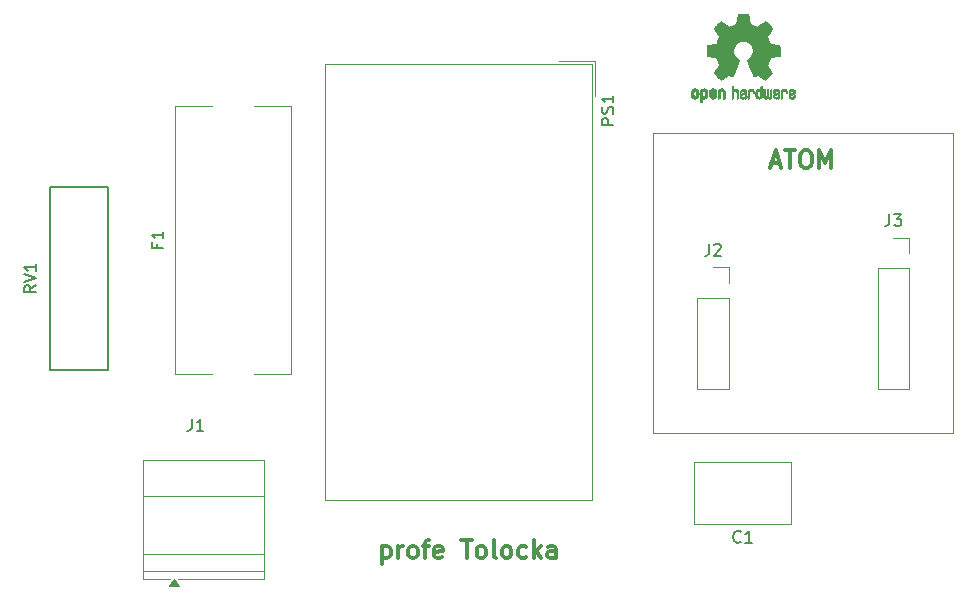
<source format=gbr>
%TF.GenerationSoftware,KiCad,Pcbnew,9.0.1*%
%TF.CreationDate,2025-07-17T11:26:47-03:00*%
%TF.ProjectId,Monitor Atom,4d6f6e69-746f-4722-9041-746f6d2e6b69,rev?*%
%TF.SameCoordinates,Original*%
%TF.FileFunction,Legend,Top*%
%TF.FilePolarity,Positive*%
%FSLAX46Y46*%
G04 Gerber Fmt 4.6, Leading zero omitted, Abs format (unit mm)*
G04 Created by KiCad (PCBNEW 9.0.1) date 2025-07-17 11:26:47*
%MOMM*%
%LPD*%
G01*
G04 APERTURE LIST*
%ADD10C,0.300000*%
%ADD11C,0.100000*%
%ADD12C,0.150000*%
%ADD13C,0.010000*%
%ADD14C,0.120000*%
G04 APERTURE END LIST*
D10*
X134539510Y-126435828D02*
X134539510Y-127935828D01*
X134539510Y-126507257D02*
X134682368Y-126435828D01*
X134682368Y-126435828D02*
X134968082Y-126435828D01*
X134968082Y-126435828D02*
X135110939Y-126507257D01*
X135110939Y-126507257D02*
X135182368Y-126578685D01*
X135182368Y-126578685D02*
X135253796Y-126721542D01*
X135253796Y-126721542D02*
X135253796Y-127150114D01*
X135253796Y-127150114D02*
X135182368Y-127292971D01*
X135182368Y-127292971D02*
X135110939Y-127364400D01*
X135110939Y-127364400D02*
X134968082Y-127435828D01*
X134968082Y-127435828D02*
X134682368Y-127435828D01*
X134682368Y-127435828D02*
X134539510Y-127364400D01*
X135896653Y-127435828D02*
X135896653Y-126435828D01*
X135896653Y-126721542D02*
X135968082Y-126578685D01*
X135968082Y-126578685D02*
X136039511Y-126507257D01*
X136039511Y-126507257D02*
X136182368Y-126435828D01*
X136182368Y-126435828D02*
X136325225Y-126435828D01*
X137039510Y-127435828D02*
X136896653Y-127364400D01*
X136896653Y-127364400D02*
X136825224Y-127292971D01*
X136825224Y-127292971D02*
X136753796Y-127150114D01*
X136753796Y-127150114D02*
X136753796Y-126721542D01*
X136753796Y-126721542D02*
X136825224Y-126578685D01*
X136825224Y-126578685D02*
X136896653Y-126507257D01*
X136896653Y-126507257D02*
X137039510Y-126435828D01*
X137039510Y-126435828D02*
X137253796Y-126435828D01*
X137253796Y-126435828D02*
X137396653Y-126507257D01*
X137396653Y-126507257D02*
X137468082Y-126578685D01*
X137468082Y-126578685D02*
X137539510Y-126721542D01*
X137539510Y-126721542D02*
X137539510Y-127150114D01*
X137539510Y-127150114D02*
X137468082Y-127292971D01*
X137468082Y-127292971D02*
X137396653Y-127364400D01*
X137396653Y-127364400D02*
X137253796Y-127435828D01*
X137253796Y-127435828D02*
X137039510Y-127435828D01*
X137968082Y-126435828D02*
X138539510Y-126435828D01*
X138182367Y-127435828D02*
X138182367Y-126150114D01*
X138182367Y-126150114D02*
X138253796Y-126007257D01*
X138253796Y-126007257D02*
X138396653Y-125935828D01*
X138396653Y-125935828D02*
X138539510Y-125935828D01*
X139610939Y-127364400D02*
X139468082Y-127435828D01*
X139468082Y-127435828D02*
X139182368Y-127435828D01*
X139182368Y-127435828D02*
X139039510Y-127364400D01*
X139039510Y-127364400D02*
X138968082Y-127221542D01*
X138968082Y-127221542D02*
X138968082Y-126650114D01*
X138968082Y-126650114D02*
X139039510Y-126507257D01*
X139039510Y-126507257D02*
X139182368Y-126435828D01*
X139182368Y-126435828D02*
X139468082Y-126435828D01*
X139468082Y-126435828D02*
X139610939Y-126507257D01*
X139610939Y-126507257D02*
X139682368Y-126650114D01*
X139682368Y-126650114D02*
X139682368Y-126792971D01*
X139682368Y-126792971D02*
X138968082Y-126935828D01*
X141253796Y-125935828D02*
X142110939Y-125935828D01*
X141682367Y-127435828D02*
X141682367Y-125935828D01*
X142825224Y-127435828D02*
X142682367Y-127364400D01*
X142682367Y-127364400D02*
X142610938Y-127292971D01*
X142610938Y-127292971D02*
X142539510Y-127150114D01*
X142539510Y-127150114D02*
X142539510Y-126721542D01*
X142539510Y-126721542D02*
X142610938Y-126578685D01*
X142610938Y-126578685D02*
X142682367Y-126507257D01*
X142682367Y-126507257D02*
X142825224Y-126435828D01*
X142825224Y-126435828D02*
X143039510Y-126435828D01*
X143039510Y-126435828D02*
X143182367Y-126507257D01*
X143182367Y-126507257D02*
X143253796Y-126578685D01*
X143253796Y-126578685D02*
X143325224Y-126721542D01*
X143325224Y-126721542D02*
X143325224Y-127150114D01*
X143325224Y-127150114D02*
X143253796Y-127292971D01*
X143253796Y-127292971D02*
X143182367Y-127364400D01*
X143182367Y-127364400D02*
X143039510Y-127435828D01*
X143039510Y-127435828D02*
X142825224Y-127435828D01*
X144182367Y-127435828D02*
X144039510Y-127364400D01*
X144039510Y-127364400D02*
X143968081Y-127221542D01*
X143968081Y-127221542D02*
X143968081Y-125935828D01*
X144968081Y-127435828D02*
X144825224Y-127364400D01*
X144825224Y-127364400D02*
X144753795Y-127292971D01*
X144753795Y-127292971D02*
X144682367Y-127150114D01*
X144682367Y-127150114D02*
X144682367Y-126721542D01*
X144682367Y-126721542D02*
X144753795Y-126578685D01*
X144753795Y-126578685D02*
X144825224Y-126507257D01*
X144825224Y-126507257D02*
X144968081Y-126435828D01*
X144968081Y-126435828D02*
X145182367Y-126435828D01*
X145182367Y-126435828D02*
X145325224Y-126507257D01*
X145325224Y-126507257D02*
X145396653Y-126578685D01*
X145396653Y-126578685D02*
X145468081Y-126721542D01*
X145468081Y-126721542D02*
X145468081Y-127150114D01*
X145468081Y-127150114D02*
X145396653Y-127292971D01*
X145396653Y-127292971D02*
X145325224Y-127364400D01*
X145325224Y-127364400D02*
X145182367Y-127435828D01*
X145182367Y-127435828D02*
X144968081Y-127435828D01*
X146753796Y-127364400D02*
X146610938Y-127435828D01*
X146610938Y-127435828D02*
X146325224Y-127435828D01*
X146325224Y-127435828D02*
X146182367Y-127364400D01*
X146182367Y-127364400D02*
X146110938Y-127292971D01*
X146110938Y-127292971D02*
X146039510Y-127150114D01*
X146039510Y-127150114D02*
X146039510Y-126721542D01*
X146039510Y-126721542D02*
X146110938Y-126578685D01*
X146110938Y-126578685D02*
X146182367Y-126507257D01*
X146182367Y-126507257D02*
X146325224Y-126435828D01*
X146325224Y-126435828D02*
X146610938Y-126435828D01*
X146610938Y-126435828D02*
X146753796Y-126507257D01*
X147396652Y-127435828D02*
X147396652Y-125935828D01*
X147539510Y-126864400D02*
X147968081Y-127435828D01*
X147968081Y-126435828D02*
X147396652Y-127007257D01*
X149253796Y-127435828D02*
X149253796Y-126650114D01*
X149253796Y-126650114D02*
X149182367Y-126507257D01*
X149182367Y-126507257D02*
X149039510Y-126435828D01*
X149039510Y-126435828D02*
X148753796Y-126435828D01*
X148753796Y-126435828D02*
X148610938Y-126507257D01*
X149253796Y-127364400D02*
X149110938Y-127435828D01*
X149110938Y-127435828D02*
X148753796Y-127435828D01*
X148753796Y-127435828D02*
X148610938Y-127364400D01*
X148610938Y-127364400D02*
X148539510Y-127221542D01*
X148539510Y-127221542D02*
X148539510Y-127078685D01*
X148539510Y-127078685D02*
X148610938Y-126935828D01*
X148610938Y-126935828D02*
X148753796Y-126864400D01*
X148753796Y-126864400D02*
X149110938Y-126864400D01*
X149110938Y-126864400D02*
X149253796Y-126792971D01*
D11*
X157480000Y-91440000D02*
X182880000Y-91440000D01*
X182880000Y-116840000D01*
X157480000Y-116840000D01*
X157480000Y-91440000D01*
D10*
X167488082Y-93987257D02*
X168202368Y-93987257D01*
X167345225Y-94415828D02*
X167845225Y-92915828D01*
X167845225Y-92915828D02*
X168345225Y-94415828D01*
X168630939Y-92915828D02*
X169488082Y-92915828D01*
X169059510Y-94415828D02*
X169059510Y-92915828D01*
X170273796Y-92915828D02*
X170559510Y-92915828D01*
X170559510Y-92915828D02*
X170702367Y-92987257D01*
X170702367Y-92987257D02*
X170845224Y-93130114D01*
X170845224Y-93130114D02*
X170916653Y-93415828D01*
X170916653Y-93415828D02*
X170916653Y-93915828D01*
X170916653Y-93915828D02*
X170845224Y-94201542D01*
X170845224Y-94201542D02*
X170702367Y-94344400D01*
X170702367Y-94344400D02*
X170559510Y-94415828D01*
X170559510Y-94415828D02*
X170273796Y-94415828D01*
X170273796Y-94415828D02*
X170130939Y-94344400D01*
X170130939Y-94344400D02*
X169988081Y-94201542D01*
X169988081Y-94201542D02*
X169916653Y-93915828D01*
X169916653Y-93915828D02*
X169916653Y-93415828D01*
X169916653Y-93415828D02*
X169988081Y-93130114D01*
X169988081Y-93130114D02*
X170130939Y-92987257D01*
X170130939Y-92987257D02*
X170273796Y-92915828D01*
X171559510Y-94415828D02*
X171559510Y-92915828D01*
X171559510Y-92915828D02*
X172059510Y-93987257D01*
X172059510Y-93987257D02*
X172559510Y-92915828D01*
X172559510Y-92915828D02*
X172559510Y-94415828D01*
D12*
X115501009Y-100833333D02*
X115501009Y-101166666D01*
X116024819Y-101166666D02*
X115024819Y-101166666D01*
X115024819Y-101166666D02*
X115024819Y-100690476D01*
X116024819Y-99785714D02*
X116024819Y-100357142D01*
X116024819Y-100071428D02*
X115024819Y-100071428D01*
X115024819Y-100071428D02*
X115167676Y-100166666D01*
X115167676Y-100166666D02*
X115262914Y-100261904D01*
X115262914Y-100261904D02*
X115310533Y-100357142D01*
X105229819Y-104345238D02*
X104753628Y-104678571D01*
X105229819Y-104916666D02*
X104229819Y-104916666D01*
X104229819Y-104916666D02*
X104229819Y-104535714D01*
X104229819Y-104535714D02*
X104277438Y-104440476D01*
X104277438Y-104440476D02*
X104325057Y-104392857D01*
X104325057Y-104392857D02*
X104420295Y-104345238D01*
X104420295Y-104345238D02*
X104563152Y-104345238D01*
X104563152Y-104345238D02*
X104658390Y-104392857D01*
X104658390Y-104392857D02*
X104706009Y-104440476D01*
X104706009Y-104440476D02*
X104753628Y-104535714D01*
X104753628Y-104535714D02*
X104753628Y-104916666D01*
X104229819Y-104059523D02*
X105229819Y-103726190D01*
X105229819Y-103726190D02*
X104229819Y-103392857D01*
X105229819Y-102535714D02*
X105229819Y-103107142D01*
X105229819Y-102821428D02*
X104229819Y-102821428D01*
X104229819Y-102821428D02*
X104372676Y-102916666D01*
X104372676Y-102916666D02*
X104467914Y-103011904D01*
X104467914Y-103011904D02*
X104515533Y-103107142D01*
X177491666Y-98314819D02*
X177491666Y-99029104D01*
X177491666Y-99029104D02*
X177444047Y-99171961D01*
X177444047Y-99171961D02*
X177348809Y-99267200D01*
X177348809Y-99267200D02*
X177205952Y-99314819D01*
X177205952Y-99314819D02*
X177110714Y-99314819D01*
X177872619Y-98314819D02*
X178491666Y-98314819D01*
X178491666Y-98314819D02*
X178158333Y-98695771D01*
X178158333Y-98695771D02*
X178301190Y-98695771D01*
X178301190Y-98695771D02*
X178396428Y-98743390D01*
X178396428Y-98743390D02*
X178444047Y-98791009D01*
X178444047Y-98791009D02*
X178491666Y-98886247D01*
X178491666Y-98886247D02*
X178491666Y-99124342D01*
X178491666Y-99124342D02*
X178444047Y-99219580D01*
X178444047Y-99219580D02*
X178396428Y-99267200D01*
X178396428Y-99267200D02*
X178301190Y-99314819D01*
X178301190Y-99314819D02*
X178015476Y-99314819D01*
X178015476Y-99314819D02*
X177920238Y-99267200D01*
X177920238Y-99267200D02*
X177872619Y-99219580D01*
X162226666Y-100824819D02*
X162226666Y-101539104D01*
X162226666Y-101539104D02*
X162179047Y-101681961D01*
X162179047Y-101681961D02*
X162083809Y-101777200D01*
X162083809Y-101777200D02*
X161940952Y-101824819D01*
X161940952Y-101824819D02*
X161845714Y-101824819D01*
X162655238Y-100920057D02*
X162702857Y-100872438D01*
X162702857Y-100872438D02*
X162798095Y-100824819D01*
X162798095Y-100824819D02*
X163036190Y-100824819D01*
X163036190Y-100824819D02*
X163131428Y-100872438D01*
X163131428Y-100872438D02*
X163179047Y-100920057D01*
X163179047Y-100920057D02*
X163226666Y-101015295D01*
X163226666Y-101015295D02*
X163226666Y-101110533D01*
X163226666Y-101110533D02*
X163179047Y-101253390D01*
X163179047Y-101253390D02*
X162607619Y-101824819D01*
X162607619Y-101824819D02*
X163226666Y-101824819D01*
X154124819Y-90749285D02*
X153124819Y-90749285D01*
X153124819Y-90749285D02*
X153124819Y-90368333D01*
X153124819Y-90368333D02*
X153172438Y-90273095D01*
X153172438Y-90273095D02*
X153220057Y-90225476D01*
X153220057Y-90225476D02*
X153315295Y-90177857D01*
X153315295Y-90177857D02*
X153458152Y-90177857D01*
X153458152Y-90177857D02*
X153553390Y-90225476D01*
X153553390Y-90225476D02*
X153601009Y-90273095D01*
X153601009Y-90273095D02*
X153648628Y-90368333D01*
X153648628Y-90368333D02*
X153648628Y-90749285D01*
X154077200Y-89796904D02*
X154124819Y-89654047D01*
X154124819Y-89654047D02*
X154124819Y-89415952D01*
X154124819Y-89415952D02*
X154077200Y-89320714D01*
X154077200Y-89320714D02*
X154029580Y-89273095D01*
X154029580Y-89273095D02*
X153934342Y-89225476D01*
X153934342Y-89225476D02*
X153839104Y-89225476D01*
X153839104Y-89225476D02*
X153743866Y-89273095D01*
X153743866Y-89273095D02*
X153696247Y-89320714D01*
X153696247Y-89320714D02*
X153648628Y-89415952D01*
X153648628Y-89415952D02*
X153601009Y-89606428D01*
X153601009Y-89606428D02*
X153553390Y-89701666D01*
X153553390Y-89701666D02*
X153505771Y-89749285D01*
X153505771Y-89749285D02*
X153410533Y-89796904D01*
X153410533Y-89796904D02*
X153315295Y-89796904D01*
X153315295Y-89796904D02*
X153220057Y-89749285D01*
X153220057Y-89749285D02*
X153172438Y-89701666D01*
X153172438Y-89701666D02*
X153124819Y-89606428D01*
X153124819Y-89606428D02*
X153124819Y-89368333D01*
X153124819Y-89368333D02*
X153172438Y-89225476D01*
X154124819Y-88273095D02*
X154124819Y-88844523D01*
X154124819Y-88558809D02*
X153124819Y-88558809D01*
X153124819Y-88558809D02*
X153267676Y-88654047D01*
X153267676Y-88654047D02*
X153362914Y-88749285D01*
X153362914Y-88749285D02*
X153410533Y-88844523D01*
X118411666Y-115659819D02*
X118411666Y-116374104D01*
X118411666Y-116374104D02*
X118364047Y-116516961D01*
X118364047Y-116516961D02*
X118268809Y-116612200D01*
X118268809Y-116612200D02*
X118125952Y-116659819D01*
X118125952Y-116659819D02*
X118030714Y-116659819D01*
X119411666Y-116659819D02*
X118840238Y-116659819D01*
X119125952Y-116659819D02*
X119125952Y-115659819D01*
X119125952Y-115659819D02*
X119030714Y-115802676D01*
X119030714Y-115802676D02*
X118935476Y-115897914D01*
X118935476Y-115897914D02*
X118840238Y-115945533D01*
X164893333Y-126029580D02*
X164845714Y-126077200D01*
X164845714Y-126077200D02*
X164702857Y-126124819D01*
X164702857Y-126124819D02*
X164607619Y-126124819D01*
X164607619Y-126124819D02*
X164464762Y-126077200D01*
X164464762Y-126077200D02*
X164369524Y-125981961D01*
X164369524Y-125981961D02*
X164321905Y-125886723D01*
X164321905Y-125886723D02*
X164274286Y-125696247D01*
X164274286Y-125696247D02*
X164274286Y-125553390D01*
X164274286Y-125553390D02*
X164321905Y-125362914D01*
X164321905Y-125362914D02*
X164369524Y-125267676D01*
X164369524Y-125267676D02*
X164464762Y-125172438D01*
X164464762Y-125172438D02*
X164607619Y-125124819D01*
X164607619Y-125124819D02*
X164702857Y-125124819D01*
X164702857Y-125124819D02*
X164845714Y-125172438D01*
X164845714Y-125172438D02*
X164893333Y-125220057D01*
X165845714Y-126124819D02*
X165274286Y-126124819D01*
X165560000Y-126124819D02*
X165560000Y-125124819D01*
X165560000Y-125124819D02*
X165464762Y-125267676D01*
X165464762Y-125267676D02*
X165369524Y-125362914D01*
X165369524Y-125362914D02*
X165274286Y-125410533D01*
D13*
%TO.C,REF\u002A\u002A*%
X168670807Y-87726782D02*
X168694161Y-87736988D01*
X168749902Y-87781134D01*
X168797569Y-87844967D01*
X168827048Y-87913087D01*
X168831846Y-87946670D01*
X168815760Y-87993556D01*
X168780475Y-88018365D01*
X168742644Y-88033387D01*
X168725321Y-88036155D01*
X168716886Y-88016066D01*
X168700230Y-87972351D01*
X168692923Y-87952598D01*
X168651948Y-87884271D01*
X168592622Y-87850191D01*
X168516552Y-87851239D01*
X168510918Y-87852581D01*
X168470305Y-87871836D01*
X168440448Y-87909375D01*
X168420055Y-87969809D01*
X168407836Y-88057751D01*
X168402500Y-88177813D01*
X168402000Y-88241698D01*
X168401752Y-88342403D01*
X168400126Y-88411054D01*
X168395801Y-88454673D01*
X168387454Y-88480282D01*
X168373765Y-88494903D01*
X168353411Y-88505558D01*
X168352234Y-88506095D01*
X168313038Y-88522667D01*
X168293619Y-88528769D01*
X168290635Y-88510319D01*
X168288081Y-88459323D01*
X168286140Y-88382308D01*
X168284997Y-88285805D01*
X168284769Y-88215184D01*
X168285932Y-88078525D01*
X168290479Y-87974851D01*
X168299999Y-87898108D01*
X168316081Y-87842246D01*
X168340313Y-87801212D01*
X168374286Y-87768954D01*
X168407833Y-87746440D01*
X168488499Y-87716476D01*
X168582381Y-87709718D01*
X168670807Y-87726782D01*
G36*
X168670807Y-87726782D02*
G01*
X168694161Y-87736988D01*
X168749902Y-87781134D01*
X168797569Y-87844967D01*
X168827048Y-87913087D01*
X168831846Y-87946670D01*
X168815760Y-87993556D01*
X168780475Y-88018365D01*
X168742644Y-88033387D01*
X168725321Y-88036155D01*
X168716886Y-88016066D01*
X168700230Y-87972351D01*
X168692923Y-87952598D01*
X168651948Y-87884271D01*
X168592622Y-87850191D01*
X168516552Y-87851239D01*
X168510918Y-87852581D01*
X168470305Y-87871836D01*
X168440448Y-87909375D01*
X168420055Y-87969809D01*
X168407836Y-88057751D01*
X168402500Y-88177813D01*
X168402000Y-88241698D01*
X168401752Y-88342403D01*
X168400126Y-88411054D01*
X168395801Y-88454673D01*
X168387454Y-88480282D01*
X168373765Y-88494903D01*
X168353411Y-88505558D01*
X168352234Y-88506095D01*
X168313038Y-88522667D01*
X168293619Y-88528769D01*
X168290635Y-88510319D01*
X168288081Y-88459323D01*
X168286140Y-88382308D01*
X168284997Y-88285805D01*
X168284769Y-88215184D01*
X168285932Y-88078525D01*
X168290479Y-87974851D01*
X168299999Y-87898108D01*
X168316081Y-87842246D01*
X168340313Y-87801212D01*
X168374286Y-87768954D01*
X168407833Y-87746440D01*
X168488499Y-87716476D01*
X168582381Y-87709718D01*
X168670807Y-87726782D01*
G37*
X163371664Y-87685089D02*
X163434367Y-87721358D01*
X163477961Y-87757358D01*
X163509845Y-87795075D01*
X163531810Y-87841199D01*
X163545649Y-87902421D01*
X163553153Y-87985431D01*
X163556117Y-88096919D01*
X163556461Y-88177062D01*
X163556461Y-88472065D01*
X163390385Y-88546515D01*
X163380615Y-88223402D01*
X163376579Y-88102729D01*
X163372344Y-88015141D01*
X163367097Y-87954650D01*
X163360025Y-87915268D01*
X163350311Y-87891007D01*
X163337144Y-87875880D01*
X163332919Y-87872606D01*
X163268909Y-87847034D01*
X163204208Y-87857153D01*
X163165692Y-87884000D01*
X163150025Y-87903024D01*
X163139180Y-87927988D01*
X163132288Y-87965834D01*
X163128479Y-88023502D01*
X163126883Y-88107935D01*
X163126615Y-88195928D01*
X163126563Y-88306323D01*
X163124672Y-88384463D01*
X163118345Y-88437165D01*
X163104983Y-88471242D01*
X163081985Y-88493511D01*
X163046754Y-88510787D01*
X162999697Y-88528738D01*
X162948303Y-88548278D01*
X162954421Y-88201485D01*
X162956884Y-88076468D01*
X162959767Y-87984082D01*
X162963898Y-87917881D01*
X162970107Y-87871420D01*
X162979226Y-87838256D01*
X162992083Y-87811944D01*
X163007584Y-87788729D01*
X163082371Y-87714569D01*
X163173628Y-87671684D01*
X163272883Y-87661412D01*
X163371664Y-87685089D01*
G36*
X163371664Y-87685089D02*
G01*
X163434367Y-87721358D01*
X163477961Y-87757358D01*
X163509845Y-87795075D01*
X163531810Y-87841199D01*
X163545649Y-87902421D01*
X163553153Y-87985431D01*
X163556117Y-88096919D01*
X163556461Y-88177062D01*
X163556461Y-88472065D01*
X163390385Y-88546515D01*
X163380615Y-88223402D01*
X163376579Y-88102729D01*
X163372344Y-88015141D01*
X163367097Y-87954650D01*
X163360025Y-87915268D01*
X163350311Y-87891007D01*
X163337144Y-87875880D01*
X163332919Y-87872606D01*
X163268909Y-87847034D01*
X163204208Y-87857153D01*
X163165692Y-87884000D01*
X163150025Y-87903024D01*
X163139180Y-87927988D01*
X163132288Y-87965834D01*
X163128479Y-88023502D01*
X163126883Y-88107935D01*
X163126615Y-88195928D01*
X163126563Y-88306323D01*
X163124672Y-88384463D01*
X163118345Y-88437165D01*
X163104983Y-88471242D01*
X163081985Y-88493511D01*
X163046754Y-88510787D01*
X162999697Y-88528738D01*
X162948303Y-88548278D01*
X162954421Y-88201485D01*
X162956884Y-88076468D01*
X162959767Y-87984082D01*
X162963898Y-87917881D01*
X162970107Y-87871420D01*
X162979226Y-87838256D01*
X162992083Y-87811944D01*
X163007584Y-87788729D01*
X163082371Y-87714569D01*
X163173628Y-87671684D01*
X163272883Y-87661412D01*
X163371664Y-87685089D01*
G37*
X165813362Y-87714670D02*
X165902117Y-87747421D01*
X165974022Y-87805350D01*
X166002144Y-87846128D01*
X166032802Y-87920954D01*
X166032165Y-87975058D01*
X165999987Y-88011446D01*
X165988081Y-88017633D01*
X165936675Y-88036925D01*
X165910422Y-88031982D01*
X165901530Y-87999587D01*
X165901077Y-87981692D01*
X165884797Y-87915859D01*
X165842365Y-87869807D01*
X165783388Y-87847564D01*
X165717475Y-87853161D01*
X165663895Y-87882229D01*
X165645798Y-87898810D01*
X165632971Y-87918925D01*
X165624306Y-87949332D01*
X165618696Y-87996788D01*
X165615035Y-88068050D01*
X165612215Y-88169875D01*
X165611484Y-88202115D01*
X165608820Y-88312410D01*
X165605792Y-88390036D01*
X165601250Y-88441396D01*
X165594046Y-88472890D01*
X165583033Y-88490920D01*
X165567060Y-88501888D01*
X165556834Y-88506733D01*
X165513406Y-88523301D01*
X165487842Y-88528769D01*
X165479395Y-88510507D01*
X165474239Y-88455296D01*
X165472346Y-88362499D01*
X165473689Y-88231478D01*
X165474107Y-88211269D01*
X165477058Y-88091733D01*
X165480548Y-88004449D01*
X165485514Y-87942591D01*
X165492893Y-87899336D01*
X165503624Y-87867860D01*
X165518645Y-87841339D01*
X165526502Y-87829975D01*
X165571553Y-87779692D01*
X165621940Y-87740581D01*
X165628108Y-87737167D01*
X165718458Y-87710212D01*
X165813362Y-87714670D01*
G36*
X165813362Y-87714670D02*
G01*
X165902117Y-87747421D01*
X165974022Y-87805350D01*
X166002144Y-87846128D01*
X166032802Y-87920954D01*
X166032165Y-87975058D01*
X165999987Y-88011446D01*
X165988081Y-88017633D01*
X165936675Y-88036925D01*
X165910422Y-88031982D01*
X165901530Y-87999587D01*
X165901077Y-87981692D01*
X165884797Y-87915859D01*
X165842365Y-87869807D01*
X165783388Y-87847564D01*
X165717475Y-87853161D01*
X165663895Y-87882229D01*
X165645798Y-87898810D01*
X165632971Y-87918925D01*
X165624306Y-87949332D01*
X165618696Y-87996788D01*
X165615035Y-88068050D01*
X165612215Y-88169875D01*
X165611484Y-88202115D01*
X165608820Y-88312410D01*
X165605792Y-88390036D01*
X165601250Y-88441396D01*
X165594046Y-88472890D01*
X165583033Y-88490920D01*
X165567060Y-88501888D01*
X165556834Y-88506733D01*
X165513406Y-88523301D01*
X165487842Y-88528769D01*
X165479395Y-88510507D01*
X165474239Y-88455296D01*
X165472346Y-88362499D01*
X165473689Y-88231478D01*
X165474107Y-88211269D01*
X165477058Y-88091733D01*
X165480548Y-88004449D01*
X165485514Y-87942591D01*
X165492893Y-87899336D01*
X165503624Y-87867860D01*
X165518645Y-87841339D01*
X165526502Y-87829975D01*
X165571553Y-87779692D01*
X165621940Y-87740581D01*
X165628108Y-87737167D01*
X165718458Y-87710212D01*
X165813362Y-87714670D01*
G37*
X164259846Y-87582120D02*
X164265572Y-87661980D01*
X164272149Y-87709039D01*
X164281262Y-87729566D01*
X164294598Y-87729829D01*
X164298923Y-87727378D01*
X164356444Y-87709636D01*
X164431268Y-87710672D01*
X164507339Y-87728910D01*
X164554918Y-87752505D01*
X164603702Y-87790198D01*
X164639364Y-87832855D01*
X164663845Y-87887057D01*
X164679087Y-87959384D01*
X164687030Y-88056419D01*
X164689616Y-88184742D01*
X164689662Y-88209358D01*
X164689692Y-88485870D01*
X164628161Y-88507320D01*
X164584459Y-88521912D01*
X164560482Y-88528706D01*
X164559777Y-88528769D01*
X164557415Y-88510345D01*
X164555406Y-88459526D01*
X164553901Y-88382993D01*
X164553053Y-88287430D01*
X164552923Y-88229329D01*
X164552651Y-88114771D01*
X164551252Y-88032667D01*
X164547849Y-87976393D01*
X164541567Y-87939326D01*
X164531529Y-87914844D01*
X164516861Y-87896325D01*
X164507702Y-87887406D01*
X164444789Y-87851466D01*
X164376136Y-87848775D01*
X164313848Y-87879170D01*
X164302329Y-87890144D01*
X164285433Y-87910779D01*
X164273714Y-87935256D01*
X164266233Y-87970647D01*
X164262054Y-88024026D01*
X164260237Y-88102466D01*
X164259846Y-88210617D01*
X164259846Y-88485870D01*
X164198315Y-88507320D01*
X164154613Y-88521912D01*
X164130636Y-88528706D01*
X164129930Y-88528769D01*
X164128126Y-88510069D01*
X164126500Y-88457322D01*
X164125117Y-88375557D01*
X164124042Y-88269805D01*
X164123340Y-88145094D01*
X164123077Y-88006455D01*
X164123077Y-87471806D01*
X164250077Y-87418236D01*
X164259846Y-87582120D01*
G36*
X164259846Y-87582120D02*
G01*
X164265572Y-87661980D01*
X164272149Y-87709039D01*
X164281262Y-87729566D01*
X164294598Y-87729829D01*
X164298923Y-87727378D01*
X164356444Y-87709636D01*
X164431268Y-87710672D01*
X164507339Y-87728910D01*
X164554918Y-87752505D01*
X164603702Y-87790198D01*
X164639364Y-87832855D01*
X164663845Y-87887057D01*
X164679087Y-87959384D01*
X164687030Y-88056419D01*
X164689616Y-88184742D01*
X164689662Y-88209358D01*
X164689692Y-88485870D01*
X164628161Y-88507320D01*
X164584459Y-88521912D01*
X164560482Y-88528706D01*
X164559777Y-88528769D01*
X164557415Y-88510345D01*
X164555406Y-88459526D01*
X164553901Y-88382993D01*
X164553053Y-88287430D01*
X164552923Y-88229329D01*
X164552651Y-88114771D01*
X164551252Y-88032667D01*
X164547849Y-87976393D01*
X164541567Y-87939326D01*
X164531529Y-87914844D01*
X164516861Y-87896325D01*
X164507702Y-87887406D01*
X164444789Y-87851466D01*
X164376136Y-87848775D01*
X164313848Y-87879170D01*
X164302329Y-87890144D01*
X164285433Y-87910779D01*
X164273714Y-87935256D01*
X164266233Y-87970647D01*
X164262054Y-88024026D01*
X164260237Y-88102466D01*
X164259846Y-88210617D01*
X164259846Y-88485870D01*
X164198315Y-88507320D01*
X164154613Y-88521912D01*
X164130636Y-88528706D01*
X164129930Y-88528769D01*
X164128126Y-88510069D01*
X164126500Y-88457322D01*
X164125117Y-88375557D01*
X164124042Y-88269805D01*
X164123340Y-88145094D01*
X164123077Y-88006455D01*
X164123077Y-87471806D01*
X164250077Y-87418236D01*
X164259846Y-87582120D01*
G37*
X167495929Y-87726662D02*
X167498911Y-87778068D01*
X167501247Y-87856192D01*
X167502749Y-87954857D01*
X167503231Y-88058343D01*
X167503231Y-88408533D01*
X167441401Y-88470363D01*
X167398793Y-88508462D01*
X167361390Y-88523895D01*
X167310270Y-88522918D01*
X167289978Y-88520433D01*
X167226554Y-88513200D01*
X167174095Y-88509055D01*
X167161308Y-88508672D01*
X167118199Y-88511176D01*
X167056544Y-88517462D01*
X167032638Y-88520433D01*
X166973922Y-88525028D01*
X166934464Y-88515046D01*
X166895338Y-88484228D01*
X166881215Y-88470363D01*
X166819385Y-88408533D01*
X166819385Y-87753503D01*
X166869150Y-87730829D01*
X166912002Y-87714034D01*
X166937073Y-87708154D01*
X166943501Y-87726736D01*
X166949509Y-87778655D01*
X166954697Y-87858172D01*
X166958664Y-87959546D01*
X166960577Y-88045192D01*
X166965923Y-88382231D01*
X167012560Y-88388825D01*
X167054976Y-88384214D01*
X167075760Y-88369287D01*
X167081570Y-88341377D01*
X167086530Y-88281925D01*
X167090246Y-88198466D01*
X167092324Y-88098532D01*
X167092624Y-88047104D01*
X167092923Y-87751054D01*
X167154454Y-87729604D01*
X167198004Y-87715020D01*
X167221694Y-87708219D01*
X167222377Y-87708154D01*
X167224754Y-87726642D01*
X167227366Y-87777906D01*
X167229995Y-87855649D01*
X167232421Y-87953574D01*
X167234115Y-88045192D01*
X167239461Y-88382231D01*
X167356692Y-88382231D01*
X167362072Y-88074746D01*
X167367451Y-87767261D01*
X167424601Y-87737707D01*
X167466797Y-87717413D01*
X167491770Y-87708204D01*
X167492491Y-87708154D01*
X167495929Y-87726662D01*
G36*
X167495929Y-87726662D02*
G01*
X167498911Y-87778068D01*
X167501247Y-87856192D01*
X167502749Y-87954857D01*
X167503231Y-88058343D01*
X167503231Y-88408533D01*
X167441401Y-88470363D01*
X167398793Y-88508462D01*
X167361390Y-88523895D01*
X167310270Y-88522918D01*
X167289978Y-88520433D01*
X167226554Y-88513200D01*
X167174095Y-88509055D01*
X167161308Y-88508672D01*
X167118199Y-88511176D01*
X167056544Y-88517462D01*
X167032638Y-88520433D01*
X166973922Y-88525028D01*
X166934464Y-88515046D01*
X166895338Y-88484228D01*
X166881215Y-88470363D01*
X166819385Y-88408533D01*
X166819385Y-87753503D01*
X166869150Y-87730829D01*
X166912002Y-87714034D01*
X166937073Y-87708154D01*
X166943501Y-87726736D01*
X166949509Y-87778655D01*
X166954697Y-87858172D01*
X166958664Y-87959546D01*
X166960577Y-88045192D01*
X166965923Y-88382231D01*
X167012560Y-88388825D01*
X167054976Y-88384214D01*
X167075760Y-88369287D01*
X167081570Y-88341377D01*
X167086530Y-88281925D01*
X167090246Y-88198466D01*
X167092324Y-88098532D01*
X167092624Y-88047104D01*
X167092923Y-87751054D01*
X167154454Y-87729604D01*
X167198004Y-87715020D01*
X167221694Y-87708219D01*
X167222377Y-87708154D01*
X167224754Y-87726642D01*
X167227366Y-87777906D01*
X167229995Y-87855649D01*
X167232421Y-87953574D01*
X167234115Y-88045192D01*
X167239461Y-88382231D01*
X167356692Y-88382231D01*
X167362072Y-88074746D01*
X167367451Y-87767261D01*
X167424601Y-87737707D01*
X167466797Y-87717413D01*
X167491770Y-87708204D01*
X167492491Y-87708154D01*
X167495929Y-87726662D01*
G37*
X161116886Y-87677256D02*
X161208464Y-87725409D01*
X161276049Y-87802905D01*
X161300057Y-87852727D01*
X161318738Y-87927533D01*
X161328301Y-88022052D01*
X161329208Y-88125210D01*
X161321921Y-88225935D01*
X161306903Y-88313153D01*
X161284615Y-88375791D01*
X161277765Y-88386579D01*
X161196632Y-88467105D01*
X161100266Y-88515336D01*
X160995701Y-88529450D01*
X160889968Y-88507629D01*
X160860543Y-88494547D01*
X160803241Y-88454231D01*
X160752950Y-88400775D01*
X160748197Y-88393995D01*
X160728878Y-88361321D01*
X160716108Y-88326394D01*
X160708564Y-88280414D01*
X160704924Y-88214584D01*
X160703865Y-88120105D01*
X160703846Y-88098923D01*
X160703894Y-88092182D01*
X160899231Y-88092182D01*
X160900368Y-88181349D01*
X160904841Y-88240520D01*
X160914246Y-88278741D01*
X160930176Y-88305053D01*
X160938308Y-88313846D01*
X160985058Y-88347261D01*
X161030447Y-88345737D01*
X161076340Y-88316752D01*
X161103712Y-88285809D01*
X161119923Y-88240643D01*
X161129026Y-88169420D01*
X161129651Y-88161114D01*
X161131204Y-88032037D01*
X161114965Y-87936172D01*
X161081152Y-87874107D01*
X161029984Y-87846432D01*
X161011720Y-87844923D01*
X160963760Y-87852513D01*
X160930953Y-87878808D01*
X160910895Y-87929095D01*
X160901178Y-88008664D01*
X160899231Y-88092182D01*
X160703894Y-88092182D01*
X160704574Y-87998249D01*
X160707629Y-87927906D01*
X160714322Y-87879163D01*
X160725960Y-87843288D01*
X160743853Y-87811548D01*
X160747808Y-87805648D01*
X160814267Y-87726104D01*
X160886685Y-87679929D01*
X160974849Y-87661599D01*
X161004787Y-87660703D01*
X161116886Y-87677256D01*
G36*
X161116886Y-87677256D02*
G01*
X161208464Y-87725409D01*
X161276049Y-87802905D01*
X161300057Y-87852727D01*
X161318738Y-87927533D01*
X161328301Y-88022052D01*
X161329208Y-88125210D01*
X161321921Y-88225935D01*
X161306903Y-88313153D01*
X161284615Y-88375791D01*
X161277765Y-88386579D01*
X161196632Y-88467105D01*
X161100266Y-88515336D01*
X160995701Y-88529450D01*
X160889968Y-88507629D01*
X160860543Y-88494547D01*
X160803241Y-88454231D01*
X160752950Y-88400775D01*
X160748197Y-88393995D01*
X160728878Y-88361321D01*
X160716108Y-88326394D01*
X160708564Y-88280414D01*
X160704924Y-88214584D01*
X160703865Y-88120105D01*
X160703846Y-88098923D01*
X160703894Y-88092182D01*
X160899231Y-88092182D01*
X160900368Y-88181349D01*
X160904841Y-88240520D01*
X160914246Y-88278741D01*
X160930176Y-88305053D01*
X160938308Y-88313846D01*
X160985058Y-88347261D01*
X161030447Y-88345737D01*
X161076340Y-88316752D01*
X161103712Y-88285809D01*
X161119923Y-88240643D01*
X161129026Y-88169420D01*
X161129651Y-88161114D01*
X161131204Y-88032037D01*
X161114965Y-87936172D01*
X161081152Y-87874107D01*
X161029984Y-87846432D01*
X161011720Y-87844923D01*
X160963760Y-87852513D01*
X160930953Y-87878808D01*
X160910895Y-87929095D01*
X160901178Y-88008664D01*
X160899231Y-88092182D01*
X160703894Y-88092182D01*
X160704574Y-87998249D01*
X160707629Y-87927906D01*
X160714322Y-87879163D01*
X160725960Y-87843288D01*
X160743853Y-87811548D01*
X160747808Y-87805648D01*
X160814267Y-87726104D01*
X160886685Y-87679929D01*
X160974849Y-87661599D01*
X161004787Y-87660703D01*
X161116886Y-87677256D01*
G37*
X169345224Y-87737838D02*
X169422528Y-87788361D01*
X169459814Y-87833590D01*
X169489353Y-87915663D01*
X169491699Y-87980607D01*
X169486385Y-88067445D01*
X169286115Y-88155103D01*
X169188739Y-88199887D01*
X169125113Y-88235913D01*
X169092029Y-88267117D01*
X169086280Y-88297436D01*
X169104658Y-88330805D01*
X169124923Y-88352923D01*
X169183889Y-88388393D01*
X169248024Y-88390879D01*
X169306926Y-88363235D01*
X169350197Y-88308320D01*
X169357936Y-88288928D01*
X169395006Y-88228364D01*
X169437654Y-88202552D01*
X169496154Y-88180471D01*
X169496154Y-88264184D01*
X169490982Y-88321150D01*
X169470723Y-88369189D01*
X169428262Y-88424346D01*
X169421951Y-88431514D01*
X169374720Y-88480585D01*
X169334121Y-88506920D01*
X169283328Y-88519035D01*
X169241220Y-88523003D01*
X169165902Y-88523991D01*
X169112286Y-88511466D01*
X169078838Y-88492869D01*
X169026268Y-88451975D01*
X168989879Y-88407748D01*
X168966850Y-88352126D01*
X168954359Y-88277047D01*
X168949587Y-88174449D01*
X168949206Y-88122376D01*
X168950501Y-88059948D01*
X169068471Y-88059948D01*
X169069839Y-88093438D01*
X169073249Y-88098923D01*
X169095753Y-88091472D01*
X169144182Y-88071753D01*
X169208908Y-88043718D01*
X169222443Y-88037692D01*
X169304244Y-87996096D01*
X169349312Y-87959538D01*
X169359217Y-87925296D01*
X169335526Y-87890648D01*
X169315960Y-87875339D01*
X169245360Y-87844721D01*
X169179280Y-87849780D01*
X169123959Y-87887151D01*
X169085636Y-87953473D01*
X169073349Y-88006116D01*
X169068471Y-88059948D01*
X168950501Y-88059948D01*
X168951730Y-88000720D01*
X168961032Y-87910710D01*
X168979460Y-87845167D01*
X169009360Y-87796912D01*
X169053080Y-87758767D01*
X169072141Y-87746440D01*
X169158726Y-87714336D01*
X169253522Y-87712316D01*
X169345224Y-87737838D01*
G36*
X169345224Y-87737838D02*
G01*
X169422528Y-87788361D01*
X169459814Y-87833590D01*
X169489353Y-87915663D01*
X169491699Y-87980607D01*
X169486385Y-88067445D01*
X169286115Y-88155103D01*
X169188739Y-88199887D01*
X169125113Y-88235913D01*
X169092029Y-88267117D01*
X169086280Y-88297436D01*
X169104658Y-88330805D01*
X169124923Y-88352923D01*
X169183889Y-88388393D01*
X169248024Y-88390879D01*
X169306926Y-88363235D01*
X169350197Y-88308320D01*
X169357936Y-88288928D01*
X169395006Y-88228364D01*
X169437654Y-88202552D01*
X169496154Y-88180471D01*
X169496154Y-88264184D01*
X169490982Y-88321150D01*
X169470723Y-88369189D01*
X169428262Y-88424346D01*
X169421951Y-88431514D01*
X169374720Y-88480585D01*
X169334121Y-88506920D01*
X169283328Y-88519035D01*
X169241220Y-88523003D01*
X169165902Y-88523991D01*
X169112286Y-88511466D01*
X169078838Y-88492869D01*
X169026268Y-88451975D01*
X168989879Y-88407748D01*
X168966850Y-88352126D01*
X168954359Y-88277047D01*
X168949587Y-88174449D01*
X168949206Y-88122376D01*
X168950501Y-88059948D01*
X169068471Y-88059948D01*
X169069839Y-88093438D01*
X169073249Y-88098923D01*
X169095753Y-88091472D01*
X169144182Y-88071753D01*
X169208908Y-88043718D01*
X169222443Y-88037692D01*
X169304244Y-87996096D01*
X169349312Y-87959538D01*
X169359217Y-87925296D01*
X169335526Y-87890648D01*
X169315960Y-87875339D01*
X169245360Y-87844721D01*
X169179280Y-87849780D01*
X169123959Y-87887151D01*
X169085636Y-87953473D01*
X169073349Y-88006116D01*
X169068471Y-88059948D01*
X168950501Y-88059948D01*
X168951730Y-88000720D01*
X168961032Y-87910710D01*
X168979460Y-87845167D01*
X169009360Y-87796912D01*
X169053080Y-87758767D01*
X169072141Y-87746440D01*
X169158726Y-87714336D01*
X169253522Y-87712316D01*
X169345224Y-87737838D01*
G37*
X166702081Y-87870289D02*
X166701833Y-88016320D01*
X166700872Y-88128655D01*
X166698794Y-88212678D01*
X166695193Y-88273769D01*
X166689665Y-88317309D01*
X166681804Y-88348679D01*
X166671207Y-88373262D01*
X166663182Y-88387294D01*
X166596728Y-88463388D01*
X166512470Y-88511084D01*
X166419249Y-88528199D01*
X166325900Y-88512546D01*
X166270312Y-88484418D01*
X166211957Y-88435760D01*
X166172186Y-88376333D01*
X166148190Y-88298507D01*
X166137161Y-88194652D01*
X166135599Y-88118462D01*
X166135809Y-88112986D01*
X166272308Y-88112986D01*
X166273141Y-88200355D01*
X166276961Y-88258192D01*
X166285746Y-88296029D01*
X166301474Y-88323398D01*
X166320266Y-88344042D01*
X166383375Y-88383890D01*
X166451137Y-88387295D01*
X166515179Y-88354025D01*
X166520164Y-88349517D01*
X166541439Y-88326067D01*
X166554779Y-88298166D01*
X166562001Y-88256641D01*
X166564923Y-88192316D01*
X166565385Y-88121200D01*
X166564383Y-88031858D01*
X166560238Y-87972258D01*
X166551236Y-87933089D01*
X166535667Y-87905040D01*
X166522902Y-87890144D01*
X166463600Y-87852575D01*
X166395301Y-87848057D01*
X166330110Y-87876753D01*
X166317528Y-87887406D01*
X166296111Y-87911063D01*
X166282744Y-87939251D01*
X166275566Y-87981245D01*
X166272719Y-88046319D01*
X166272308Y-88112986D01*
X166135809Y-88112986D01*
X166140322Y-87995765D01*
X166156362Y-87903577D01*
X166186528Y-87834269D01*
X166233629Y-87780211D01*
X166270312Y-87752505D01*
X166336990Y-87722572D01*
X166414272Y-87708678D01*
X166486110Y-87712397D01*
X166526308Y-87727400D01*
X166542082Y-87731670D01*
X166552550Y-87715750D01*
X166559856Y-87673089D01*
X166565385Y-87608106D01*
X166571437Y-87535732D01*
X166579844Y-87492187D01*
X166595141Y-87467287D01*
X166621864Y-87450845D01*
X166638654Y-87443564D01*
X166702154Y-87416963D01*
X166702081Y-87870289D01*
G36*
X166702081Y-87870289D02*
G01*
X166701833Y-88016320D01*
X166700872Y-88128655D01*
X166698794Y-88212678D01*
X166695193Y-88273769D01*
X166689665Y-88317309D01*
X166681804Y-88348679D01*
X166671207Y-88373262D01*
X166663182Y-88387294D01*
X166596728Y-88463388D01*
X166512470Y-88511084D01*
X166419249Y-88528199D01*
X166325900Y-88512546D01*
X166270312Y-88484418D01*
X166211957Y-88435760D01*
X166172186Y-88376333D01*
X166148190Y-88298507D01*
X166137161Y-88194652D01*
X166135599Y-88118462D01*
X166135809Y-88112986D01*
X166272308Y-88112986D01*
X166273141Y-88200355D01*
X166276961Y-88258192D01*
X166285746Y-88296029D01*
X166301474Y-88323398D01*
X166320266Y-88344042D01*
X166383375Y-88383890D01*
X166451137Y-88387295D01*
X166515179Y-88354025D01*
X166520164Y-88349517D01*
X166541439Y-88326067D01*
X166554779Y-88298166D01*
X166562001Y-88256641D01*
X166564923Y-88192316D01*
X166565385Y-88121200D01*
X166564383Y-88031858D01*
X166560238Y-87972258D01*
X166551236Y-87933089D01*
X166535667Y-87905040D01*
X166522902Y-87890144D01*
X166463600Y-87852575D01*
X166395301Y-87848057D01*
X166330110Y-87876753D01*
X166317528Y-87887406D01*
X166296111Y-87911063D01*
X166282744Y-87939251D01*
X166275566Y-87981245D01*
X166272719Y-88046319D01*
X166272308Y-88112986D01*
X166135809Y-88112986D01*
X166140322Y-87995765D01*
X166156362Y-87903577D01*
X166186528Y-87834269D01*
X166233629Y-87780211D01*
X166270312Y-87752505D01*
X166336990Y-87722572D01*
X166414272Y-87708678D01*
X166486110Y-87712397D01*
X166526308Y-87727400D01*
X166542082Y-87731670D01*
X166552550Y-87715750D01*
X166559856Y-87673089D01*
X166565385Y-87608106D01*
X166571437Y-87535732D01*
X166579844Y-87492187D01*
X166595141Y-87467287D01*
X166621864Y-87450845D01*
X166638654Y-87443564D01*
X166702154Y-87416963D01*
X166702081Y-87870289D01*
G37*
X162634254Y-87689745D02*
X162711286Y-87741567D01*
X162770816Y-87816412D01*
X162806378Y-87911654D01*
X162813571Y-87981756D01*
X162812754Y-88011009D01*
X162805914Y-88033407D01*
X162787112Y-88053474D01*
X162750408Y-88075733D01*
X162689862Y-88104709D01*
X162599534Y-88144927D01*
X162599077Y-88145129D01*
X162515933Y-88183210D01*
X162447753Y-88217025D01*
X162401505Y-88242933D01*
X162384158Y-88257295D01*
X162384154Y-88257411D01*
X162399443Y-88288685D01*
X162435196Y-88323157D01*
X162476242Y-88347990D01*
X162497037Y-88352923D01*
X162553770Y-88335862D01*
X162602627Y-88293133D01*
X162626465Y-88246155D01*
X162649397Y-88211522D01*
X162694318Y-88172081D01*
X162747123Y-88138009D01*
X162793710Y-88119480D01*
X162803452Y-88118462D01*
X162814418Y-88135215D01*
X162815079Y-88178039D01*
X162807020Y-88235781D01*
X162791827Y-88297289D01*
X162771086Y-88351409D01*
X162770038Y-88353510D01*
X162707621Y-88440660D01*
X162626726Y-88499939D01*
X162534856Y-88529034D01*
X162439513Y-88525634D01*
X162348198Y-88487428D01*
X162344138Y-88484741D01*
X162272306Y-88419642D01*
X162225073Y-88334705D01*
X162198934Y-88223021D01*
X162195426Y-88191643D01*
X162189213Y-88043536D01*
X162196661Y-87974468D01*
X162384154Y-87974468D01*
X162386590Y-88017552D01*
X162399914Y-88030126D01*
X162433132Y-88020719D01*
X162485494Y-87998483D01*
X162544024Y-87970610D01*
X162545479Y-87969872D01*
X162595089Y-87943777D01*
X162615000Y-87926363D01*
X162610090Y-87908107D01*
X162589416Y-87884120D01*
X162536819Y-87849406D01*
X162480177Y-87846856D01*
X162429369Y-87872119D01*
X162394276Y-87920847D01*
X162384154Y-87974468D01*
X162196661Y-87974468D01*
X162201992Y-87925036D01*
X162234778Y-87831055D01*
X162280421Y-87765215D01*
X162362802Y-87698681D01*
X162453546Y-87665676D01*
X162546185Y-87663573D01*
X162634254Y-87689745D01*
G36*
X162634254Y-87689745D02*
G01*
X162711286Y-87741567D01*
X162770816Y-87816412D01*
X162806378Y-87911654D01*
X162813571Y-87981756D01*
X162812754Y-88011009D01*
X162805914Y-88033407D01*
X162787112Y-88053474D01*
X162750408Y-88075733D01*
X162689862Y-88104709D01*
X162599534Y-88144927D01*
X162599077Y-88145129D01*
X162515933Y-88183210D01*
X162447753Y-88217025D01*
X162401505Y-88242933D01*
X162384158Y-88257295D01*
X162384154Y-88257411D01*
X162399443Y-88288685D01*
X162435196Y-88323157D01*
X162476242Y-88347990D01*
X162497037Y-88352923D01*
X162553770Y-88335862D01*
X162602627Y-88293133D01*
X162626465Y-88246155D01*
X162649397Y-88211522D01*
X162694318Y-88172081D01*
X162747123Y-88138009D01*
X162793710Y-88119480D01*
X162803452Y-88118462D01*
X162814418Y-88135215D01*
X162815079Y-88178039D01*
X162807020Y-88235781D01*
X162791827Y-88297289D01*
X162771086Y-88351409D01*
X162770038Y-88353510D01*
X162707621Y-88440660D01*
X162626726Y-88499939D01*
X162534856Y-88529034D01*
X162439513Y-88525634D01*
X162348198Y-88487428D01*
X162344138Y-88484741D01*
X162272306Y-88419642D01*
X162225073Y-88334705D01*
X162198934Y-88223021D01*
X162195426Y-88191643D01*
X162189213Y-88043536D01*
X162196661Y-87974468D01*
X162384154Y-87974468D01*
X162386590Y-88017552D01*
X162399914Y-88030126D01*
X162433132Y-88020719D01*
X162485494Y-87998483D01*
X162544024Y-87970610D01*
X162545479Y-87969872D01*
X162595089Y-87943777D01*
X162615000Y-87926363D01*
X162610090Y-87908107D01*
X162589416Y-87884120D01*
X162536819Y-87849406D01*
X162480177Y-87846856D01*
X162429369Y-87872119D01*
X162394276Y-87920847D01*
X162384154Y-87974468D01*
X162196661Y-87974468D01*
X162201992Y-87925036D01*
X162234778Y-87831055D01*
X162280421Y-87765215D01*
X162362802Y-87698681D01*
X162453546Y-87665676D01*
X162546185Y-87663573D01*
X162634254Y-87689745D01*
G37*
X165153501Y-87716303D02*
X165230060Y-87744733D01*
X165230936Y-87745279D01*
X165278285Y-87780127D01*
X165313241Y-87820852D01*
X165337825Y-87873925D01*
X165354062Y-87945814D01*
X165363975Y-88042992D01*
X165369586Y-88171928D01*
X165370077Y-88190298D01*
X165377141Y-88467287D01*
X165317695Y-88498028D01*
X165274681Y-88518802D01*
X165248710Y-88528646D01*
X165247509Y-88528769D01*
X165243014Y-88510606D01*
X165239444Y-88461612D01*
X165237248Y-88390031D01*
X165236769Y-88332068D01*
X165236758Y-88238170D01*
X165232466Y-88179203D01*
X165217503Y-88151079D01*
X165185482Y-88149706D01*
X165130014Y-88170998D01*
X165046269Y-88210136D01*
X164984689Y-88242643D01*
X164953017Y-88270845D01*
X164943706Y-88301582D01*
X164943692Y-88303104D01*
X164959057Y-88356054D01*
X165004547Y-88384660D01*
X165074166Y-88388803D01*
X165124313Y-88388084D01*
X165150754Y-88402527D01*
X165167243Y-88437218D01*
X165176733Y-88481416D01*
X165163057Y-88506493D01*
X165157907Y-88510082D01*
X165109425Y-88524496D01*
X165041531Y-88526537D01*
X164971612Y-88516983D01*
X164922068Y-88499522D01*
X164853570Y-88441364D01*
X164814634Y-88360408D01*
X164806923Y-88297160D01*
X164812807Y-88240111D01*
X164834101Y-88193542D01*
X164876265Y-88152181D01*
X164944759Y-88110755D01*
X165045044Y-88063993D01*
X165051154Y-88061350D01*
X165141490Y-88019617D01*
X165197235Y-87985391D01*
X165221129Y-87954635D01*
X165215913Y-87923311D01*
X165184328Y-87887383D01*
X165174883Y-87879116D01*
X165111617Y-87847058D01*
X165046064Y-87848407D01*
X164988972Y-87879838D01*
X164951093Y-87938024D01*
X164947574Y-87949446D01*
X164913300Y-88004837D01*
X164869809Y-88031518D01*
X164806923Y-88057960D01*
X164806923Y-87989548D01*
X164826052Y-87890110D01*
X164882831Y-87798902D01*
X164912378Y-87768389D01*
X164979542Y-87729228D01*
X165064956Y-87711500D01*
X165153501Y-87716303D01*
G36*
X165153501Y-87716303D02*
G01*
X165230060Y-87744733D01*
X165230936Y-87745279D01*
X165278285Y-87780127D01*
X165313241Y-87820852D01*
X165337825Y-87873925D01*
X165354062Y-87945814D01*
X165363975Y-88042992D01*
X165369586Y-88171928D01*
X165370077Y-88190298D01*
X165377141Y-88467287D01*
X165317695Y-88498028D01*
X165274681Y-88518802D01*
X165248710Y-88528646D01*
X165247509Y-88528769D01*
X165243014Y-88510606D01*
X165239444Y-88461612D01*
X165237248Y-88390031D01*
X165236769Y-88332068D01*
X165236758Y-88238170D01*
X165232466Y-88179203D01*
X165217503Y-88151079D01*
X165185482Y-88149706D01*
X165130014Y-88170998D01*
X165046269Y-88210136D01*
X164984689Y-88242643D01*
X164953017Y-88270845D01*
X164943706Y-88301582D01*
X164943692Y-88303104D01*
X164959057Y-88356054D01*
X165004547Y-88384660D01*
X165074166Y-88388803D01*
X165124313Y-88388084D01*
X165150754Y-88402527D01*
X165167243Y-88437218D01*
X165176733Y-88481416D01*
X165163057Y-88506493D01*
X165157907Y-88510082D01*
X165109425Y-88524496D01*
X165041531Y-88526537D01*
X164971612Y-88516983D01*
X164922068Y-88499522D01*
X164853570Y-88441364D01*
X164814634Y-88360408D01*
X164806923Y-88297160D01*
X164812807Y-88240111D01*
X164834101Y-88193542D01*
X164876265Y-88152181D01*
X164944759Y-88110755D01*
X165045044Y-88063993D01*
X165051154Y-88061350D01*
X165141490Y-88019617D01*
X165197235Y-87985391D01*
X165221129Y-87954635D01*
X165215913Y-87923311D01*
X165184328Y-87887383D01*
X165174883Y-87879116D01*
X165111617Y-87847058D01*
X165046064Y-87848407D01*
X164988972Y-87879838D01*
X164951093Y-87938024D01*
X164947574Y-87949446D01*
X164913300Y-88004837D01*
X164869809Y-88031518D01*
X164806923Y-88057960D01*
X164806923Y-87989548D01*
X164826052Y-87890110D01*
X164882831Y-87798902D01*
X164912378Y-87768389D01*
X164979542Y-87729228D01*
X165064956Y-87711500D01*
X165153501Y-87716303D01*
G37*
X161868886Y-87674505D02*
X161943539Y-87711727D01*
X162009431Y-87780261D01*
X162027577Y-87805648D01*
X162047345Y-87838866D01*
X162060172Y-87874945D01*
X162067510Y-87923098D01*
X162070813Y-87992536D01*
X162071538Y-88084206D01*
X162068263Y-88209830D01*
X162056877Y-88304154D01*
X162035041Y-88374523D01*
X162000419Y-88428286D01*
X161950670Y-88472788D01*
X161947014Y-88475423D01*
X161897985Y-88502377D01*
X161838945Y-88515712D01*
X161763859Y-88519000D01*
X161641795Y-88519000D01*
X161641744Y-88637497D01*
X161640608Y-88703492D01*
X161633686Y-88742202D01*
X161615598Y-88765419D01*
X161580962Y-88784933D01*
X161572645Y-88788920D01*
X161533720Y-88807603D01*
X161503583Y-88819403D01*
X161481174Y-88820422D01*
X161465433Y-88806761D01*
X161455302Y-88774522D01*
X161449723Y-88719804D01*
X161447635Y-88638711D01*
X161447981Y-88527344D01*
X161449700Y-88381802D01*
X161450237Y-88338269D01*
X161452172Y-88188205D01*
X161453904Y-88090042D01*
X161641692Y-88090042D01*
X161642748Y-88173364D01*
X161647438Y-88227880D01*
X161658051Y-88263837D01*
X161676872Y-88291482D01*
X161689650Y-88304965D01*
X161741890Y-88344417D01*
X161788142Y-88347628D01*
X161835867Y-88315049D01*
X161837077Y-88313846D01*
X161856494Y-88288668D01*
X161868307Y-88254447D01*
X161874265Y-88201748D01*
X161876120Y-88121131D01*
X161876154Y-88103271D01*
X161871670Y-87992175D01*
X161857074Y-87915161D01*
X161830650Y-87868147D01*
X161790683Y-87847050D01*
X161767584Y-87844923D01*
X161712762Y-87854900D01*
X161675158Y-87887752D01*
X161652523Y-87947857D01*
X161642606Y-88039598D01*
X161641692Y-88090042D01*
X161453904Y-88090042D01*
X161454222Y-88072060D01*
X161456873Y-87984679D01*
X161460606Y-87920905D01*
X161465907Y-87875582D01*
X161473258Y-87843555D01*
X161483143Y-87819668D01*
X161496046Y-87798764D01*
X161501579Y-87790898D01*
X161574969Y-87716595D01*
X161667760Y-87674467D01*
X161775096Y-87662722D01*
X161868886Y-87674505D01*
G36*
X161868886Y-87674505D02*
G01*
X161943539Y-87711727D01*
X162009431Y-87780261D01*
X162027577Y-87805648D01*
X162047345Y-87838866D01*
X162060172Y-87874945D01*
X162067510Y-87923098D01*
X162070813Y-87992536D01*
X162071538Y-88084206D01*
X162068263Y-88209830D01*
X162056877Y-88304154D01*
X162035041Y-88374523D01*
X162000419Y-88428286D01*
X161950670Y-88472788D01*
X161947014Y-88475423D01*
X161897985Y-88502377D01*
X161838945Y-88515712D01*
X161763859Y-88519000D01*
X161641795Y-88519000D01*
X161641744Y-88637497D01*
X161640608Y-88703492D01*
X161633686Y-88742202D01*
X161615598Y-88765419D01*
X161580962Y-88784933D01*
X161572645Y-88788920D01*
X161533720Y-88807603D01*
X161503583Y-88819403D01*
X161481174Y-88820422D01*
X161465433Y-88806761D01*
X161455302Y-88774522D01*
X161449723Y-88719804D01*
X161447635Y-88638711D01*
X161447981Y-88527344D01*
X161449700Y-88381802D01*
X161450237Y-88338269D01*
X161452172Y-88188205D01*
X161453904Y-88090042D01*
X161641692Y-88090042D01*
X161642748Y-88173364D01*
X161647438Y-88227880D01*
X161658051Y-88263837D01*
X161676872Y-88291482D01*
X161689650Y-88304965D01*
X161741890Y-88344417D01*
X161788142Y-88347628D01*
X161835867Y-88315049D01*
X161837077Y-88313846D01*
X161856494Y-88288668D01*
X161868307Y-88254447D01*
X161874265Y-88201748D01*
X161876120Y-88121131D01*
X161876154Y-88103271D01*
X161871670Y-87992175D01*
X161857074Y-87915161D01*
X161830650Y-87868147D01*
X161790683Y-87847050D01*
X161767584Y-87844923D01*
X161712762Y-87854900D01*
X161675158Y-87887752D01*
X161652523Y-87947857D01*
X161642606Y-88039598D01*
X161641692Y-88090042D01*
X161453904Y-88090042D01*
X161454222Y-88072060D01*
X161456873Y-87984679D01*
X161460606Y-87920905D01*
X161465907Y-87875582D01*
X161473258Y-87843555D01*
X161483143Y-87819668D01*
X161496046Y-87798764D01*
X161501579Y-87790898D01*
X161574969Y-87716595D01*
X161667760Y-87674467D01*
X161775096Y-87662722D01*
X161868886Y-87674505D01*
G37*
X167987333Y-87723528D02*
X168043590Y-87749117D01*
X168087747Y-87780124D01*
X168120101Y-87814795D01*
X168142438Y-87859520D01*
X168156546Y-87920692D01*
X168164211Y-88004701D01*
X168167220Y-88117940D01*
X168167538Y-88192509D01*
X168167538Y-88483420D01*
X168117773Y-88506095D01*
X168078576Y-88522667D01*
X168059157Y-88528769D01*
X168055442Y-88510610D01*
X168052495Y-88461648D01*
X168050691Y-88390153D01*
X168050308Y-88333385D01*
X168048661Y-88251371D01*
X168044222Y-88186309D01*
X168037740Y-88146467D01*
X168032590Y-88138000D01*
X167997977Y-88146646D01*
X167943640Y-88168823D01*
X167880722Y-88198886D01*
X167820368Y-88231192D01*
X167773721Y-88260098D01*
X167751926Y-88279961D01*
X167751839Y-88280175D01*
X167753714Y-88316935D01*
X167770525Y-88352026D01*
X167800039Y-88380528D01*
X167843116Y-88390061D01*
X167879932Y-88388950D01*
X167932074Y-88388133D01*
X167959444Y-88400349D01*
X167975882Y-88432624D01*
X167977955Y-88438710D01*
X167985081Y-88484739D01*
X167966024Y-88512687D01*
X167916353Y-88526007D01*
X167862697Y-88528470D01*
X167766142Y-88510210D01*
X167716159Y-88484131D01*
X167654429Y-88422868D01*
X167621690Y-88347670D01*
X167618753Y-88268211D01*
X167646424Y-88194167D01*
X167688047Y-88147769D01*
X167729604Y-88121793D01*
X167794922Y-88088907D01*
X167871038Y-88055557D01*
X167883726Y-88050461D01*
X167967333Y-88013565D01*
X168015530Y-87981046D01*
X168031030Y-87948718D01*
X168016550Y-87912394D01*
X167991692Y-87884000D01*
X167932939Y-87849039D01*
X167868293Y-87846417D01*
X167809008Y-87873358D01*
X167766339Y-87927088D01*
X167760739Y-87940950D01*
X167728133Y-87991936D01*
X167680530Y-88029787D01*
X167620461Y-88060850D01*
X167620461Y-87972768D01*
X167623997Y-87918951D01*
X167639156Y-87876534D01*
X167672768Y-87831279D01*
X167705035Y-87796420D01*
X167755209Y-87747062D01*
X167794193Y-87720547D01*
X167836064Y-87709911D01*
X167883460Y-87708154D01*
X167987333Y-87723528D01*
G36*
X167987333Y-87723528D02*
G01*
X168043590Y-87749117D01*
X168087747Y-87780124D01*
X168120101Y-87814795D01*
X168142438Y-87859520D01*
X168156546Y-87920692D01*
X168164211Y-88004701D01*
X168167220Y-88117940D01*
X168167538Y-88192509D01*
X168167538Y-88483420D01*
X168117773Y-88506095D01*
X168078576Y-88522667D01*
X168059157Y-88528769D01*
X168055442Y-88510610D01*
X168052495Y-88461648D01*
X168050691Y-88390153D01*
X168050308Y-88333385D01*
X168048661Y-88251371D01*
X168044222Y-88186309D01*
X168037740Y-88146467D01*
X168032590Y-88138000D01*
X167997977Y-88146646D01*
X167943640Y-88168823D01*
X167880722Y-88198886D01*
X167820368Y-88231192D01*
X167773721Y-88260098D01*
X167751926Y-88279961D01*
X167751839Y-88280175D01*
X167753714Y-88316935D01*
X167770525Y-88352026D01*
X167800039Y-88380528D01*
X167843116Y-88390061D01*
X167879932Y-88388950D01*
X167932074Y-88388133D01*
X167959444Y-88400349D01*
X167975882Y-88432624D01*
X167977955Y-88438710D01*
X167985081Y-88484739D01*
X167966024Y-88512687D01*
X167916353Y-88526007D01*
X167862697Y-88528470D01*
X167766142Y-88510210D01*
X167716159Y-88484131D01*
X167654429Y-88422868D01*
X167621690Y-88347670D01*
X167618753Y-88268211D01*
X167646424Y-88194167D01*
X167688047Y-88147769D01*
X167729604Y-88121793D01*
X167794922Y-88088907D01*
X167871038Y-88055557D01*
X167883726Y-88050461D01*
X167967333Y-88013565D01*
X168015530Y-87981046D01*
X168031030Y-87948718D01*
X168016550Y-87912394D01*
X167991692Y-87884000D01*
X167932939Y-87849039D01*
X167868293Y-87846417D01*
X167809008Y-87873358D01*
X167766339Y-87927088D01*
X167760739Y-87940950D01*
X167728133Y-87991936D01*
X167680530Y-88029787D01*
X167620461Y-88060850D01*
X167620461Y-87972768D01*
X167623997Y-87918951D01*
X167639156Y-87876534D01*
X167672768Y-87831279D01*
X167705035Y-87796420D01*
X167755209Y-87747062D01*
X167794193Y-87720547D01*
X167836064Y-87709911D01*
X167883460Y-87708154D01*
X167987333Y-87723528D01*
G37*
X165239878Y-81377776D02*
X165345612Y-81378355D01*
X165422132Y-81379922D01*
X165474372Y-81382972D01*
X165507263Y-81387996D01*
X165525737Y-81395489D01*
X165534727Y-81405944D01*
X165539163Y-81419853D01*
X165539594Y-81421654D01*
X165546333Y-81454145D01*
X165558808Y-81518252D01*
X165575719Y-81607151D01*
X165595771Y-81714019D01*
X165617664Y-81832033D01*
X165618429Y-81836178D01*
X165640359Y-81951831D01*
X165660877Y-82054014D01*
X165678659Y-82136598D01*
X165692381Y-82193456D01*
X165700718Y-82218458D01*
X165701116Y-82218901D01*
X165725677Y-82231110D01*
X165776315Y-82251456D01*
X165842095Y-82275545D01*
X165842461Y-82275674D01*
X165925317Y-82306818D01*
X166023000Y-82346491D01*
X166115077Y-82386381D01*
X166119434Y-82388353D01*
X166269407Y-82456420D01*
X166601498Y-82229639D01*
X166703374Y-82160504D01*
X166795657Y-82098697D01*
X166873003Y-82047733D01*
X166930064Y-82011127D01*
X166961495Y-81992394D01*
X166964479Y-81991004D01*
X166987321Y-81997190D01*
X167029982Y-82027035D01*
X167094128Y-82081947D01*
X167181421Y-82163334D01*
X167270535Y-82249922D01*
X167356441Y-82335247D01*
X167433327Y-82413108D01*
X167496564Y-82478697D01*
X167541523Y-82527205D01*
X167563576Y-82553825D01*
X167564396Y-82555195D01*
X167566834Y-82573463D01*
X167557650Y-82603295D01*
X167534574Y-82648721D01*
X167495337Y-82713770D01*
X167437670Y-82802470D01*
X167360795Y-82916657D01*
X167292570Y-83017162D01*
X167231582Y-83107303D01*
X167181356Y-83181849D01*
X167145416Y-83235565D01*
X167127287Y-83263218D01*
X167126146Y-83265095D01*
X167128359Y-83291590D01*
X167145138Y-83343086D01*
X167173142Y-83409851D01*
X167183122Y-83431172D01*
X167226672Y-83526159D01*
X167273134Y-83633937D01*
X167310877Y-83727192D01*
X167338073Y-83796406D01*
X167359675Y-83849006D01*
X167372158Y-83876497D01*
X167373709Y-83878616D01*
X167396668Y-83882124D01*
X167450786Y-83891738D01*
X167528868Y-83906089D01*
X167623719Y-83923807D01*
X167728143Y-83943525D01*
X167834944Y-83963874D01*
X167936926Y-83983486D01*
X168026894Y-84000991D01*
X168097653Y-84015022D01*
X168142006Y-84024209D01*
X168152885Y-84026807D01*
X168164122Y-84033218D01*
X168172605Y-84047697D01*
X168178714Y-84075133D01*
X168182832Y-84120411D01*
X168185341Y-84188420D01*
X168186621Y-84284047D01*
X168187054Y-84412180D01*
X168187077Y-84464701D01*
X168187077Y-84891845D01*
X168084500Y-84912091D01*
X168027431Y-84923070D01*
X167942269Y-84939095D01*
X167839372Y-84958233D01*
X167729096Y-84978551D01*
X167698615Y-84984132D01*
X167596855Y-85003917D01*
X167508205Y-85023373D01*
X167440108Y-85040697D01*
X167400004Y-85054088D01*
X167393323Y-85058079D01*
X167376919Y-85086342D01*
X167353399Y-85141109D01*
X167327316Y-85211588D01*
X167322142Y-85226769D01*
X167287956Y-85320896D01*
X167245523Y-85427101D01*
X167203997Y-85522473D01*
X167203792Y-85522916D01*
X167134640Y-85672525D01*
X167589512Y-86341617D01*
X167297500Y-86634116D01*
X167209180Y-86721170D01*
X167128625Y-86797909D01*
X167060360Y-86860237D01*
X167008908Y-86904056D01*
X166978794Y-86925270D01*
X166974474Y-86926616D01*
X166949111Y-86916016D01*
X166897358Y-86886547D01*
X166824868Y-86841705D01*
X166737294Y-86784984D01*
X166642612Y-86721462D01*
X166546516Y-86656668D01*
X166460837Y-86600287D01*
X166391016Y-86555788D01*
X166342494Y-86526639D01*
X166320782Y-86516308D01*
X166294293Y-86525050D01*
X166244062Y-86548087D01*
X166180451Y-86580631D01*
X166173708Y-86584249D01*
X166088046Y-86627210D01*
X166029306Y-86648279D01*
X165992772Y-86648503D01*
X165973731Y-86628928D01*
X165973620Y-86628654D01*
X165964102Y-86605472D01*
X165941403Y-86550441D01*
X165907282Y-86467822D01*
X165863500Y-86361872D01*
X165811816Y-86236852D01*
X165753992Y-86097020D01*
X165697991Y-85961637D01*
X165636447Y-85812234D01*
X165579939Y-85673832D01*
X165530161Y-85550673D01*
X165488806Y-85447002D01*
X165457568Y-85367059D01*
X165438141Y-85315088D01*
X165432154Y-85295692D01*
X165447168Y-85273443D01*
X165486439Y-85237982D01*
X165538807Y-85198887D01*
X165687941Y-85075245D01*
X165804511Y-84933522D01*
X165887118Y-84776704D01*
X165934366Y-84607775D01*
X165944857Y-84429722D01*
X165937231Y-84347539D01*
X165895682Y-84177031D01*
X165824123Y-84026459D01*
X165726995Y-83897309D01*
X165608734Y-83791064D01*
X165473780Y-83709210D01*
X165326571Y-83653232D01*
X165171544Y-83624615D01*
X165013139Y-83624844D01*
X164855794Y-83655405D01*
X164703946Y-83717782D01*
X164562035Y-83813460D01*
X164502803Y-83867572D01*
X164389203Y-84006520D01*
X164310106Y-84158361D01*
X164264986Y-84318667D01*
X164253316Y-84483012D01*
X164274569Y-84646971D01*
X164328220Y-84806118D01*
X164413740Y-84956025D01*
X164530605Y-85092267D01*
X164661193Y-85198887D01*
X164715588Y-85239642D01*
X164754014Y-85274718D01*
X164767846Y-85295726D01*
X164760603Y-85318635D01*
X164740005Y-85373365D01*
X164707746Y-85455672D01*
X164665521Y-85561315D01*
X164615023Y-85686050D01*
X164557948Y-85825636D01*
X164501854Y-85961670D01*
X164439967Y-86111201D01*
X164382644Y-86249767D01*
X164331644Y-86373107D01*
X164288727Y-86476964D01*
X164255653Y-86557080D01*
X164234181Y-86609195D01*
X164226225Y-86628654D01*
X164207429Y-86648423D01*
X164171074Y-86648365D01*
X164112479Y-86627441D01*
X164026968Y-86584613D01*
X164026292Y-86584249D01*
X163961907Y-86551012D01*
X163909861Y-86526802D01*
X163880512Y-86516404D01*
X163879217Y-86516308D01*
X163857124Y-86526855D01*
X163808348Y-86556184D01*
X163738331Y-86600827D01*
X163652514Y-86657314D01*
X163557388Y-86721462D01*
X163460540Y-86786411D01*
X163373253Y-86842896D01*
X163301181Y-86887421D01*
X163249977Y-86916490D01*
X163225526Y-86926616D01*
X163203010Y-86913307D01*
X163157742Y-86876112D01*
X163094244Y-86819128D01*
X163017039Y-86746449D01*
X162930651Y-86662171D01*
X162902399Y-86634016D01*
X162610287Y-86341416D01*
X162832631Y-86015104D01*
X162900202Y-85914897D01*
X162959507Y-85824963D01*
X163007217Y-85750510D01*
X163040007Y-85696751D01*
X163054548Y-85668894D01*
X163054974Y-85666912D01*
X163047308Y-85640655D01*
X163026689Y-85587837D01*
X162996685Y-85517310D01*
X162975625Y-85470093D01*
X162936248Y-85379694D01*
X162899165Y-85288366D01*
X162870415Y-85211200D01*
X162862605Y-85187692D01*
X162840417Y-85124916D01*
X162818727Y-85076411D01*
X162806813Y-85058079D01*
X162780523Y-85046859D01*
X162723142Y-85030954D01*
X162642118Y-85012167D01*
X162544895Y-84992299D01*
X162501385Y-84984132D01*
X162390896Y-84963829D01*
X162284916Y-84944170D01*
X162193801Y-84927088D01*
X162127908Y-84914518D01*
X162115500Y-84912091D01*
X162012923Y-84891845D01*
X162012923Y-84464701D01*
X162013153Y-84324246D01*
X162014099Y-84217979D01*
X162016141Y-84141013D01*
X162019662Y-84088460D01*
X162025043Y-84055433D01*
X162032666Y-84037045D01*
X162042912Y-84028408D01*
X162047115Y-84026807D01*
X162072470Y-84021127D01*
X162128484Y-84009795D01*
X162207964Y-83994179D01*
X162303712Y-83975647D01*
X162408533Y-83955569D01*
X162515232Y-83935312D01*
X162616613Y-83916246D01*
X162705479Y-83899739D01*
X162774637Y-83887159D01*
X162816889Y-83879875D01*
X162826290Y-83878616D01*
X162834807Y-83861763D01*
X162853660Y-83816870D01*
X162879324Y-83752430D01*
X162889123Y-83727192D01*
X162928648Y-83629686D01*
X162975192Y-83521959D01*
X163016877Y-83431172D01*
X163047550Y-83361753D01*
X163067956Y-83304710D01*
X163074768Y-83269777D01*
X163073682Y-83265095D01*
X163059285Y-83242991D01*
X163026412Y-83193831D01*
X162978590Y-83122848D01*
X162919348Y-83035278D01*
X162852215Y-82936357D01*
X162838941Y-82916830D01*
X162761046Y-82801140D01*
X162703787Y-82713044D01*
X162664881Y-82648486D01*
X162642044Y-82603411D01*
X162632994Y-82573763D01*
X162635448Y-82555485D01*
X162635511Y-82555369D01*
X162654827Y-82531361D01*
X162697551Y-82484947D01*
X162759051Y-82420937D01*
X162834698Y-82344145D01*
X162919861Y-82259382D01*
X162929465Y-82249922D01*
X163036790Y-82145989D01*
X163119615Y-82069675D01*
X163179605Y-82019571D01*
X163218423Y-81994270D01*
X163235520Y-81991004D01*
X163260473Y-82005250D01*
X163312255Y-82038156D01*
X163385520Y-82086208D01*
X163474920Y-82145890D01*
X163575111Y-82213688D01*
X163598501Y-82229639D01*
X163930593Y-82456420D01*
X164080565Y-82388353D01*
X164171770Y-82348685D01*
X164269669Y-82308791D01*
X164353831Y-82276983D01*
X164357538Y-82275674D01*
X164423369Y-82251576D01*
X164474116Y-82231200D01*
X164498842Y-82218936D01*
X164498884Y-82218901D01*
X164506729Y-82196734D01*
X164520066Y-82142217D01*
X164537570Y-82061480D01*
X164557917Y-81960650D01*
X164579782Y-81845856D01*
X164581571Y-81836178D01*
X164603504Y-81717904D01*
X164623640Y-81610542D01*
X164640680Y-81520917D01*
X164653328Y-81455851D01*
X164660284Y-81422168D01*
X164660406Y-81421654D01*
X164664639Y-81407325D01*
X164672871Y-81396507D01*
X164690033Y-81388706D01*
X164721058Y-81383429D01*
X164770878Y-81380182D01*
X164844424Y-81378472D01*
X164946629Y-81377807D01*
X165082425Y-81377693D01*
X165100000Y-81377692D01*
X165239878Y-81377776D01*
G36*
X165239878Y-81377776D02*
G01*
X165345612Y-81378355D01*
X165422132Y-81379922D01*
X165474372Y-81382972D01*
X165507263Y-81387996D01*
X165525737Y-81395489D01*
X165534727Y-81405944D01*
X165539163Y-81419853D01*
X165539594Y-81421654D01*
X165546333Y-81454145D01*
X165558808Y-81518252D01*
X165575719Y-81607151D01*
X165595771Y-81714019D01*
X165617664Y-81832033D01*
X165618429Y-81836178D01*
X165640359Y-81951831D01*
X165660877Y-82054014D01*
X165678659Y-82136598D01*
X165692381Y-82193456D01*
X165700718Y-82218458D01*
X165701116Y-82218901D01*
X165725677Y-82231110D01*
X165776315Y-82251456D01*
X165842095Y-82275545D01*
X165842461Y-82275674D01*
X165925317Y-82306818D01*
X166023000Y-82346491D01*
X166115077Y-82386381D01*
X166119434Y-82388353D01*
X166269407Y-82456420D01*
X166601498Y-82229639D01*
X166703374Y-82160504D01*
X166795657Y-82098697D01*
X166873003Y-82047733D01*
X166930064Y-82011127D01*
X166961495Y-81992394D01*
X166964479Y-81991004D01*
X166987321Y-81997190D01*
X167029982Y-82027035D01*
X167094128Y-82081947D01*
X167181421Y-82163334D01*
X167270535Y-82249922D01*
X167356441Y-82335247D01*
X167433327Y-82413108D01*
X167496564Y-82478697D01*
X167541523Y-82527205D01*
X167563576Y-82553825D01*
X167564396Y-82555195D01*
X167566834Y-82573463D01*
X167557650Y-82603295D01*
X167534574Y-82648721D01*
X167495337Y-82713770D01*
X167437670Y-82802470D01*
X167360795Y-82916657D01*
X167292570Y-83017162D01*
X167231582Y-83107303D01*
X167181356Y-83181849D01*
X167145416Y-83235565D01*
X167127287Y-83263218D01*
X167126146Y-83265095D01*
X167128359Y-83291590D01*
X167145138Y-83343086D01*
X167173142Y-83409851D01*
X167183122Y-83431172D01*
X167226672Y-83526159D01*
X167273134Y-83633937D01*
X167310877Y-83727192D01*
X167338073Y-83796406D01*
X167359675Y-83849006D01*
X167372158Y-83876497D01*
X167373709Y-83878616D01*
X167396668Y-83882124D01*
X167450786Y-83891738D01*
X167528868Y-83906089D01*
X167623719Y-83923807D01*
X167728143Y-83943525D01*
X167834944Y-83963874D01*
X167936926Y-83983486D01*
X168026894Y-84000991D01*
X168097653Y-84015022D01*
X168142006Y-84024209D01*
X168152885Y-84026807D01*
X168164122Y-84033218D01*
X168172605Y-84047697D01*
X168178714Y-84075133D01*
X168182832Y-84120411D01*
X168185341Y-84188420D01*
X168186621Y-84284047D01*
X168187054Y-84412180D01*
X168187077Y-84464701D01*
X168187077Y-84891845D01*
X168084500Y-84912091D01*
X168027431Y-84923070D01*
X167942269Y-84939095D01*
X167839372Y-84958233D01*
X167729096Y-84978551D01*
X167698615Y-84984132D01*
X167596855Y-85003917D01*
X167508205Y-85023373D01*
X167440108Y-85040697D01*
X167400004Y-85054088D01*
X167393323Y-85058079D01*
X167376919Y-85086342D01*
X167353399Y-85141109D01*
X167327316Y-85211588D01*
X167322142Y-85226769D01*
X167287956Y-85320896D01*
X167245523Y-85427101D01*
X167203997Y-85522473D01*
X167203792Y-85522916D01*
X167134640Y-85672525D01*
X167589512Y-86341617D01*
X167297500Y-86634116D01*
X167209180Y-86721170D01*
X167128625Y-86797909D01*
X167060360Y-86860237D01*
X167008908Y-86904056D01*
X166978794Y-86925270D01*
X166974474Y-86926616D01*
X166949111Y-86916016D01*
X166897358Y-86886547D01*
X166824868Y-86841705D01*
X166737294Y-86784984D01*
X166642612Y-86721462D01*
X166546516Y-86656668D01*
X166460837Y-86600287D01*
X166391016Y-86555788D01*
X166342494Y-86526639D01*
X166320782Y-86516308D01*
X166294293Y-86525050D01*
X166244062Y-86548087D01*
X166180451Y-86580631D01*
X166173708Y-86584249D01*
X166088046Y-86627210D01*
X166029306Y-86648279D01*
X165992772Y-86648503D01*
X165973731Y-86628928D01*
X165973620Y-86628654D01*
X165964102Y-86605472D01*
X165941403Y-86550441D01*
X165907282Y-86467822D01*
X165863500Y-86361872D01*
X165811816Y-86236852D01*
X165753992Y-86097020D01*
X165697991Y-85961637D01*
X165636447Y-85812234D01*
X165579939Y-85673832D01*
X165530161Y-85550673D01*
X165488806Y-85447002D01*
X165457568Y-85367059D01*
X165438141Y-85315088D01*
X165432154Y-85295692D01*
X165447168Y-85273443D01*
X165486439Y-85237982D01*
X165538807Y-85198887D01*
X165687941Y-85075245D01*
X165804511Y-84933522D01*
X165887118Y-84776704D01*
X165934366Y-84607775D01*
X165944857Y-84429722D01*
X165937231Y-84347539D01*
X165895682Y-84177031D01*
X165824123Y-84026459D01*
X165726995Y-83897309D01*
X165608734Y-83791064D01*
X165473780Y-83709210D01*
X165326571Y-83653232D01*
X165171544Y-83624615D01*
X165013139Y-83624844D01*
X164855794Y-83655405D01*
X164703946Y-83717782D01*
X164562035Y-83813460D01*
X164502803Y-83867572D01*
X164389203Y-84006520D01*
X164310106Y-84158361D01*
X164264986Y-84318667D01*
X164253316Y-84483012D01*
X164274569Y-84646971D01*
X164328220Y-84806118D01*
X164413740Y-84956025D01*
X164530605Y-85092267D01*
X164661193Y-85198887D01*
X164715588Y-85239642D01*
X164754014Y-85274718D01*
X164767846Y-85295726D01*
X164760603Y-85318635D01*
X164740005Y-85373365D01*
X164707746Y-85455672D01*
X164665521Y-85561315D01*
X164615023Y-85686050D01*
X164557948Y-85825636D01*
X164501854Y-85961670D01*
X164439967Y-86111201D01*
X164382644Y-86249767D01*
X164331644Y-86373107D01*
X164288727Y-86476964D01*
X164255653Y-86557080D01*
X164234181Y-86609195D01*
X164226225Y-86628654D01*
X164207429Y-86648423D01*
X164171074Y-86648365D01*
X164112479Y-86627441D01*
X164026968Y-86584613D01*
X164026292Y-86584249D01*
X163961907Y-86551012D01*
X163909861Y-86526802D01*
X163880512Y-86516404D01*
X163879217Y-86516308D01*
X163857124Y-86526855D01*
X163808348Y-86556184D01*
X163738331Y-86600827D01*
X163652514Y-86657314D01*
X163557388Y-86721462D01*
X163460540Y-86786411D01*
X163373253Y-86842896D01*
X163301181Y-86887421D01*
X163249977Y-86916490D01*
X163225526Y-86926616D01*
X163203010Y-86913307D01*
X163157742Y-86876112D01*
X163094244Y-86819128D01*
X163017039Y-86746449D01*
X162930651Y-86662171D01*
X162902399Y-86634016D01*
X162610287Y-86341416D01*
X162832631Y-86015104D01*
X162900202Y-85914897D01*
X162959507Y-85824963D01*
X163007217Y-85750510D01*
X163040007Y-85696751D01*
X163054548Y-85668894D01*
X163054974Y-85666912D01*
X163047308Y-85640655D01*
X163026689Y-85587837D01*
X162996685Y-85517310D01*
X162975625Y-85470093D01*
X162936248Y-85379694D01*
X162899165Y-85288366D01*
X162870415Y-85211200D01*
X162862605Y-85187692D01*
X162840417Y-85124916D01*
X162818727Y-85076411D01*
X162806813Y-85058079D01*
X162780523Y-85046859D01*
X162723142Y-85030954D01*
X162642118Y-85012167D01*
X162544895Y-84992299D01*
X162501385Y-84984132D01*
X162390896Y-84963829D01*
X162284916Y-84944170D01*
X162193801Y-84927088D01*
X162127908Y-84914518D01*
X162115500Y-84912091D01*
X162012923Y-84891845D01*
X162012923Y-84464701D01*
X162013153Y-84324246D01*
X162014099Y-84217979D01*
X162016141Y-84141013D01*
X162019662Y-84088460D01*
X162025043Y-84055433D01*
X162032666Y-84037045D01*
X162042912Y-84028408D01*
X162047115Y-84026807D01*
X162072470Y-84021127D01*
X162128484Y-84009795D01*
X162207964Y-83994179D01*
X162303712Y-83975647D01*
X162408533Y-83955569D01*
X162515232Y-83935312D01*
X162616613Y-83916246D01*
X162705479Y-83899739D01*
X162774637Y-83887159D01*
X162816889Y-83879875D01*
X162826290Y-83878616D01*
X162834807Y-83861763D01*
X162853660Y-83816870D01*
X162879324Y-83752430D01*
X162889123Y-83727192D01*
X162928648Y-83629686D01*
X162975192Y-83521959D01*
X163016877Y-83431172D01*
X163047550Y-83361753D01*
X163067956Y-83304710D01*
X163074768Y-83269777D01*
X163073682Y-83265095D01*
X163059285Y-83242991D01*
X163026412Y-83193831D01*
X162978590Y-83122848D01*
X162919348Y-83035278D01*
X162852215Y-82936357D01*
X162838941Y-82916830D01*
X162761046Y-82801140D01*
X162703787Y-82713044D01*
X162664881Y-82648486D01*
X162642044Y-82603411D01*
X162632994Y-82573763D01*
X162635448Y-82555485D01*
X162635511Y-82555369D01*
X162654827Y-82531361D01*
X162697551Y-82484947D01*
X162759051Y-82420937D01*
X162834698Y-82344145D01*
X162919861Y-82259382D01*
X162929465Y-82249922D01*
X163036790Y-82145989D01*
X163119615Y-82069675D01*
X163179605Y-82019571D01*
X163218423Y-81994270D01*
X163235520Y-81991004D01*
X163260473Y-82005250D01*
X163312255Y-82038156D01*
X163385520Y-82086208D01*
X163474920Y-82145890D01*
X163575111Y-82213688D01*
X163598501Y-82229639D01*
X163930593Y-82456420D01*
X164080565Y-82388353D01*
X164171770Y-82348685D01*
X164269669Y-82308791D01*
X164353831Y-82276983D01*
X164357538Y-82275674D01*
X164423369Y-82251576D01*
X164474116Y-82231200D01*
X164498842Y-82218936D01*
X164498884Y-82218901D01*
X164506729Y-82196734D01*
X164520066Y-82142217D01*
X164537570Y-82061480D01*
X164557917Y-81960650D01*
X164579782Y-81845856D01*
X164581571Y-81836178D01*
X164603504Y-81717904D01*
X164623640Y-81610542D01*
X164640680Y-81520917D01*
X164653328Y-81455851D01*
X164660284Y-81422168D01*
X164660406Y-81421654D01*
X164664639Y-81407325D01*
X164672871Y-81396507D01*
X164690033Y-81388706D01*
X164721058Y-81383429D01*
X164770878Y-81380182D01*
X164844424Y-81378472D01*
X164946629Y-81377807D01*
X165082425Y-81377693D01*
X165100000Y-81377692D01*
X165239878Y-81377776D01*
G37*
D14*
%TO.C,F1*%
X117010000Y-111860000D02*
X117010000Y-89140000D01*
X120170000Y-111860000D02*
X117010000Y-111860000D01*
X126830000Y-111860000D02*
X123670000Y-111860000D01*
X126830000Y-111860000D02*
X126830000Y-89140000D01*
X120170000Y-89140000D02*
X117010000Y-89140000D01*
X126830000Y-89140000D02*
X123670000Y-89140000D01*
D12*
%TO.C,RV1*%
X111350000Y-111500000D02*
X106450000Y-111500000D01*
X106450000Y-96000000D02*
X106450000Y-111500000D01*
X111350000Y-96000000D02*
X111350000Y-111500000D01*
X111350000Y-96000000D02*
X106450000Y-96000000D01*
D14*
%TO.C,J3*%
X176495000Y-102900000D02*
X176495000Y-113120000D01*
X176495000Y-102900000D02*
X179155000Y-102900000D01*
X176495000Y-113120000D02*
X179155000Y-113120000D01*
X177825000Y-100300000D02*
X179155000Y-100300000D01*
X179155000Y-100300000D02*
X179155000Y-101630000D01*
X179155000Y-102900000D02*
X179155000Y-113120000D01*
%TO.C,J2*%
X161230000Y-105410000D02*
X161230000Y-113090000D01*
X161230000Y-105410000D02*
X163890000Y-105410000D01*
X161230000Y-113090000D02*
X163890000Y-113090000D01*
X162560000Y-102810000D02*
X163890000Y-102810000D01*
X163890000Y-102810000D02*
X163890000Y-104140000D01*
X163890000Y-105410000D02*
X163890000Y-113090000D01*
%TO.C,PS1*%
X152550000Y-85340000D02*
X152550000Y-88340000D01*
X149550000Y-85340000D02*
X152550000Y-85340000D01*
X152310000Y-85580000D02*
X129690000Y-85580000D01*
X152310000Y-85580000D02*
X152310000Y-122500000D01*
X129690000Y-85580000D02*
X129690000Y-122500000D01*
X152310000Y-122500000D02*
X129690000Y-122500000D01*
%TO.C,J1*%
X114300000Y-119140000D02*
X114300000Y-129180000D01*
X114300000Y-119140000D02*
X124540000Y-119140000D01*
X114300000Y-122160000D02*
X124540000Y-122160000D01*
X114300000Y-127060000D02*
X124540000Y-127060000D01*
X114300000Y-128560000D02*
X124540000Y-128560000D01*
X114300000Y-129180000D02*
X116620000Y-129180000D01*
X117220000Y-129180000D02*
X124540000Y-129180000D01*
X124540000Y-119140000D02*
X124540000Y-129180000D01*
X117360000Y-129790000D02*
X116480000Y-129790000D01*
X116920000Y-129180000D01*
X117360000Y-129790000D01*
G36*
X117360000Y-129790000D02*
G01*
X116480000Y-129790000D01*
X116920000Y-129180000D01*
X117360000Y-129790000D01*
G37*
%TO.C,C1*%
X160940000Y-124540000D02*
X160940000Y-119300000D01*
X169180000Y-124540000D02*
X160940000Y-124540000D01*
X169180000Y-124540000D02*
X169180000Y-119300000D01*
X169180000Y-119300000D02*
X160940000Y-119300000D01*
%TD*%
M02*

</source>
